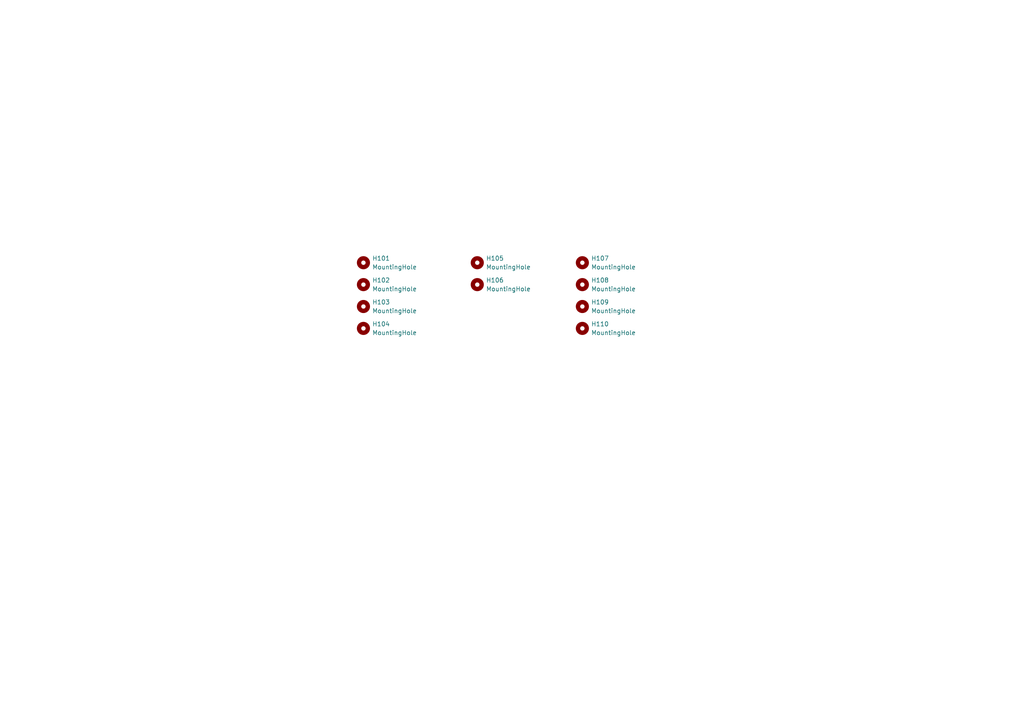
<source format=kicad_sch>
(kicad_sch (version 20211123) (generator eeschema)
  (paper "A4")
  (lib_symbols
    (symbol "Mechanical:MountingHole" (pin_names (offset 1.016))
      (property "Reference" "H" (at 0 5.08 0))
      (property "Value" "MountingHole" (at 0 3.175 0))
      (symbol "MountingHole_0_1"
        (circle (center 0 0) (radius 1.27) (stroke (width 1.27)))
      )
    )
  )
  (symbol (lib_id "Mechanical:MountingHole") (at 168.91 82.55 0) (unit 1)
    (property "Reference" "H108" (at 171.45 81.2799 0) (effects (justify left)))
    (property "Value" "MountingHole" (at 171.45 83.8199 0) (effects (justify left)))
    (property "Footprint" "MountingHole:MountingHole_2.5mm" (effects hide))
  )
  (symbol (lib_id "Mechanical:MountingHole") (at 138.43 76.2 0) (unit 1)
    (property "Reference" "H105" (at 140.97 74.9299 0) (effects (justify left)))
    (property "Value" "MountingHole" (at 140.97 77.4699 0) (effects (justify left)))
    (property "Footprint" "MountingHole:MountingHole_2.5mm" (effects hide))
  )
  (symbol (lib_id "Mechanical:MountingHole") (at 168.91 95.25 0) (unit 1)
    (property "Reference" "H110" (at 171.45 93.9799 0) (effects (justify left)))
    (property "Value" "MountingHole" (at 171.45 96.5199 0) (effects (justify left)))
    (property "Footprint" "MountingHole:MountingHole_2.5mm" (effects hide))
  )
  (symbol (lib_id "Mechanical:MountingHole") (at 138.43 82.55 0) (unit 1)
    (property "Reference" "H106" (at 140.97 81.2799 0) (effects (justify left)))
    (property "Value" "MountingHole" (at 140.97 83.8199 0) (effects (justify left)))
    (property "Footprint" "MountingHole:MountingHole_2.5mm" (effects hide))
  )
  (symbol (lib_id "Mechanical:MountingHole") (at 168.91 88.9 0) (unit 1)
    (property "Reference" "H109" (at 171.45 87.6299 0) (effects (justify left)))
    (property "Value" "MountingHole" (at 171.45 90.1699 0) (effects (justify left)))
    (property "Footprint" "MountingHole:MountingHole_2.5mm" (effects hide))
  )
  (symbol (lib_id "Mechanical:MountingHole") (at 105.41 88.9 0) (unit 1)
    (property "Reference" "H103" (at 107.95 87.6299 0) (effects (justify left)))
    (property "Value" "MountingHole" (at 107.95 90.1699 0) (effects (justify left)))
    (property "Footprint" "MountingHole:MountingHole_3.2mm_M3" (effects hide))
  )
  (symbol (lib_id "Mechanical:MountingHole") (at 105.41 76.2 0) (unit 1)
    (property "Reference" "H101" (at 107.95 74.9299 0) (effects (justify left)))
    (property "Value" "MountingHole" (at 107.95 77.4699 0) (effects (justify left)))
    (property "Footprint" "MountingHole:MountingHole_3.2mm_M3" (effects hide))
  )
  (symbol (lib_id "Mechanical:MountingHole") (at 168.91 76.2 0) (unit 1)
    (property "Reference" "H107" (at 171.45 74.9299 0) (effects (justify left)))
    (property "Value" "MountingHole" (at 171.45 77.4699 0) (effects (justify left)))
    (property "Footprint" "MountingHole:MountingHole_2.5mm" (effects hide))
  )
  (symbol (lib_id "Mechanical:MountingHole") (at 105.41 95.25 0) (unit 1)
    (property "Reference" "H104" (at 107.95 93.9799 0) (effects (justify left)))
    (property "Value" "MountingHole" (at 107.95 96.5199 0) (effects (justify left)))
    (property "Footprint" "MountingHole:MountingHole_3.2mm_M3" (effects hide))
  )
  (symbol (lib_id "Mechanical:MountingHole") (at 105.41 82.55 0) (unit 1)
    (property "Reference" "H102" (at 107.95 81.2799 0) (effects (justify left)))
    (property "Value" "MountingHole" (at 107.95 83.8199 0) (effects (justify left)))
    (property "Footprint" "MountingHole:MountingHole_3.2mm_M3" (effects hide))
  )
)
</source>
